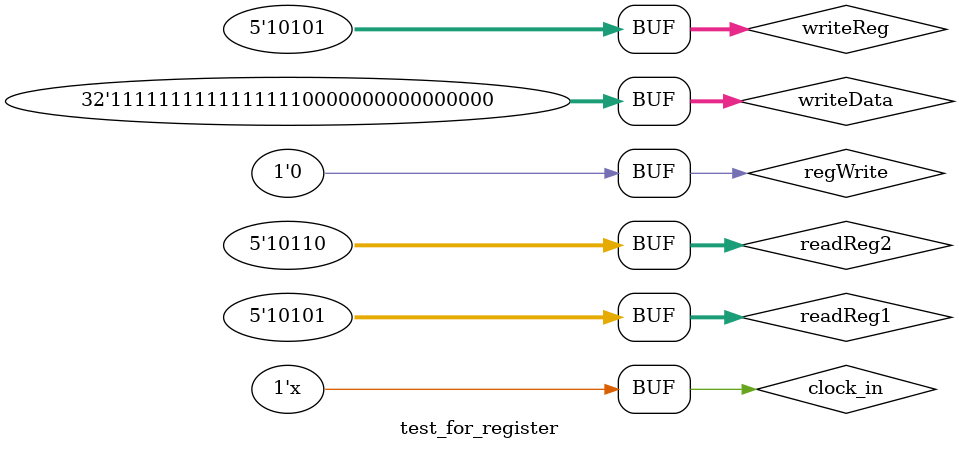
<source format=v>
`timescale 1ns / 1ps


module test_for_register;

	// Inputs
	reg clock_in;
	reg [25:21] readReg1;
	reg [20:16] readReg2;
	reg [4:0] writeReg;
	reg [31:0] writeData;
	reg regWrite;

	// Outputs
	wire [31:0] readData1;
	wire [31:0] readData2;

	// Instantiate the Unit Under Test (UUT)
	register uut (
		.clock_in(clock_in), 
		.readReg1(readReg1), 
		.readReg2(readReg2), 
		.writeReg(writeReg), 
		.writeData(writeData), 
		.regWrite(regWrite), 
		.readData1(readData1), 
		.readData2(readData2)
	);

	initial begin
		// Initialize Inputs
		clock_in = 0;
		readReg1 = 0;
		readReg2 = 0;
		writeReg = 0;
		writeData = 0;
		regWrite = 0;

		// Wait 100 ns for global reset to finish
		#100;
		
		#285;
		
		regWrite=1'b1;
		writeReg=5'b10101;
		writeData=32'b11111111111111110000000000000000;
		readReg1=5'b11001;
		readReg2=5'b10100;
		
		#285;
		
		regWrite=1'b1;
		writeReg=5'b10100;
		writeData=32'b00000000000000001111111111111111;
		readReg1=5'b01001;
		readReg2=5'b00100;
		
		#285;
		
		regWrite=1'b1;
		writeReg=5'b10110;
		writeData=32'b11111111111111110000000000000000;
		readReg1=5'b10101;
		readReg2=5'b10100;
		
		#285;
		
		regWrite=1'b0;
		writeReg=5'b10101;
		writeData=32'b11111111111111110000000000000000;
		readReg1=5'b10101;
		readReg2=5'b10110;
        
		// Add stimulus here

	end
	always #200 clock_in=~clock_in;
      
endmodule


</source>
